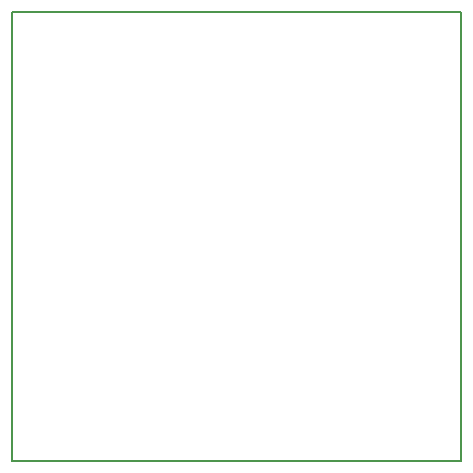
<source format=gbr>
G04 #@! TF.FileFunction,Profile,NP*
%FSLAX46Y46*%
G04 Gerber Fmt 4.6, Leading zero omitted, Abs format (unit mm)*
G04 Created by KiCad (PCBNEW 4.0.2-stable) date Sunday, 25 September 2016 16:43:57*
%MOMM*%
G01*
G04 APERTURE LIST*
%ADD10C,0.100000*%
%ADD11C,0.150000*%
G04 APERTURE END LIST*
D10*
D11*
X12000000Y-50000000D02*
X12000000Y-12000000D01*
X50000000Y-50000000D02*
X12000000Y-50000000D01*
X50000000Y-12000000D02*
X50000000Y-50000000D01*
X12000000Y-12000000D02*
X50000000Y-12000000D01*
M02*

</source>
